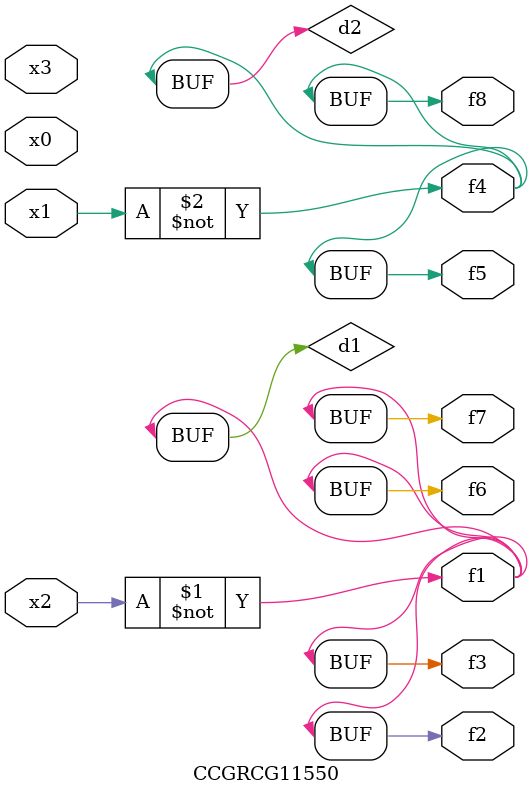
<source format=v>
module CCGRCG11550(
	input x0, x1, x2, x3,
	output f1, f2, f3, f4, f5, f6, f7, f8
);

	wire d1, d2;

	xnor (d1, x2);
	not (d2, x1);
	assign f1 = d1;
	assign f2 = d1;
	assign f3 = d1;
	assign f4 = d2;
	assign f5 = d2;
	assign f6 = d1;
	assign f7 = d1;
	assign f8 = d2;
endmodule

</source>
